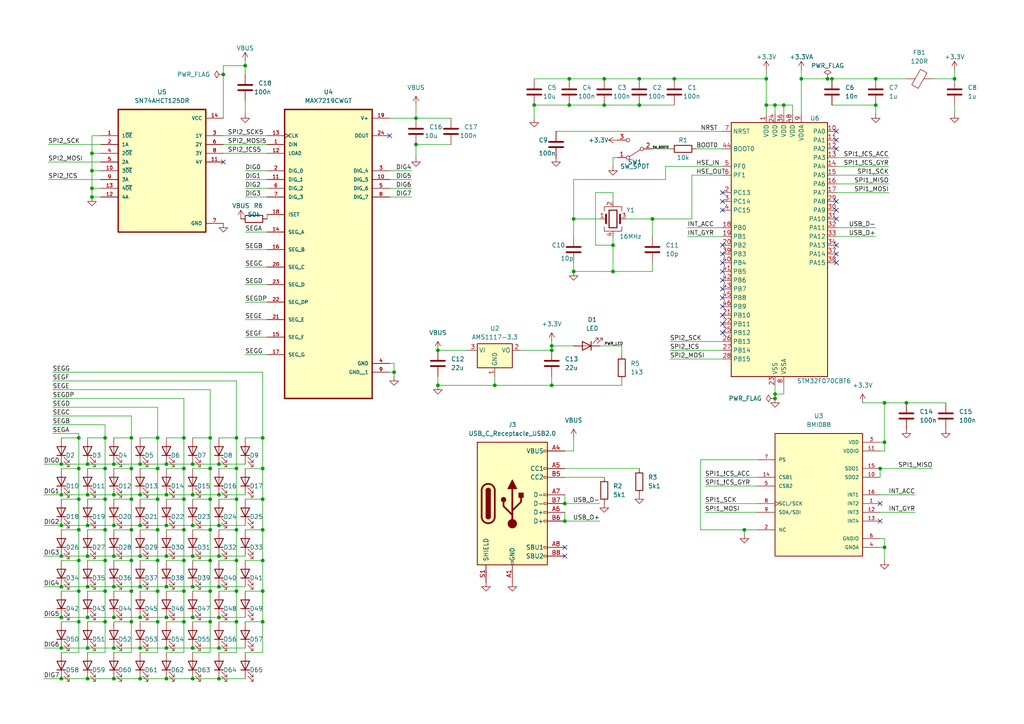
<source format=kicad_sch>
(kicad_sch (version 20230121) (generator eeschema)
  (paper "A4")
  (lib_symbols
    (symbol "Connector:USB_C_Receptacle_USB2.0" (pin_names (offset 1.016))
      (property "Reference" "J" (at -10.16 19.05 0))
      (property "Value" "USB_C_Receptacle_USB2.0" (at 19.05 19.05 0))
      (symbol "USB_C_Receptacle_USB2.0_1_1"
        (pin passive line (at 0 -22.86 90) (length 5.08) (name "GND") (number "A1"))
        (pin passive line (at 0 -22.86 90) (length 5.08) hide (name "GND") (number "A12"))
        (pin passive line (at 15.24 15.24 180) (length 5.08) (name "VBUS") (number "A4"))
        (pin bidirectional line (at 15.24 10.16 180) (length 5.08) (name "CC1") (number "A5"))
        (pin bidirectional line (at 15.24 -2.54 180) (length 5.08) (name "D+") (number "A6"))
        (pin bidirectional line (at 15.24 2.54 180) (length 5.08) (name "D-") (number "A7"))
        (pin bidirectional line (at 15.24 -12.7 180) (length 5.08) (name "SBU1") (number "A8"))
        (pin passive line (at 15.24 15.24 180) (length 5.08) hide (name "VBUS") (number "A9"))
        (pin passive line (at 0 -22.86 90) (length 5.08) hide (name "GND") (number "B1"))
        (pin passive line (at 0 -22.86 90) (length 5.08) hide (name "GND") (number "B12"))
        (pin passive line (at 15.24 15.24 180) (length 5.08) hide (name "VBUS") (number "B4"))
        (pin bidirectional line (at 15.24 7.62 180) (length 5.08) (name "CC2") (number "B5"))
        (pin bidirectional line (at 15.24 -5.08 180) (length 5.08) (name "D+") (number "B6"))
        (pin bidirectional line (at 15.24 0 180) (length 5.08) (name "D-") (number "B7"))
        (pin bidirectional line (at 15.24 -15.24 180) (length 5.08) (name "SBU2") (number "B8"))
        (pin passive line (at 15.24 15.24 180) (length 5.08) hide (name "VBUS") (number "B9"))
        (pin passive line (at -7.62 -22.86 90) (length 5.08) (name "SHIELD") (number "S1"))
      )
    )
    (symbol "Device:C" (pin_numbers hide) (pin_names (offset 0.254))
      (property "Reference" "C" (at 0.635 2.54 0))
      (property "Value" "C" (at 0.635 -2.54 0))
      (symbol "C_1_1"
        (pin passive line (at 0 3.81 270) (length 2.794) (name "~") (number "1"))
        (pin passive line (at 0 -3.81 90) (length 2.794) (name "~") (number "2"))
      )
    )
    (symbol "Device:Crystal_GND24" (pin_names (offset 1.016) hide)
      (property "Reference" "Y" (at 3.175 5.08 0))
      (property "Value" "Crystal_GND24" (at 3.175 3.175 0))
      (symbol "Crystal_GND24_1_1"
        (pin passive line (at -3.81 0 0) (length 1.27) (name "1") (number "1"))
        (pin passive line (at 0 5.08 270) (length 1.27) (name "2") (number "2"))
        (pin passive line (at 3.81 0 180) (length 1.27) (name "3") (number "3"))
        (pin passive line (at 0 -5.08 90) (length 1.27) (name "4") (number "4"))
      )
    )
    (symbol "Device:FerriteBead" (pin_numbers hide) (pin_names (offset 0))
      (property "Reference" "FB" (at -3.81 0.635 90))
      (property "Value" "FerriteBead" (at 3.81 0 90))
      (symbol "FerriteBead_1_1"
        (pin passive line (at 0 3.81 270) (length 2.54) (name "~") (number "1"))
        (pin passive line (at 0 -3.81 90) (length 2.54) (name "~") (number "2"))
      )
    )
    (symbol "Device:LED" (pin_numbers hide) (pin_names (offset 1.016) hide)
      (property "Reference" "D" (at 0 2.54 0))
      (property "Value" "LED" (at 0 -2.54 0))
      (symbol "LED_1_1"
        (pin passive line (at -3.81 0 0) (length 2.54) (name "K") (number "1"))
        (pin passive line (at 3.81 0 180) (length 2.54) (name "A") (number "2"))
      )
    )
    (symbol "Device:R" (pin_numbers hide) (pin_names (offset 0))
      (property "Reference" "R" (at 2.032 0 90))
      (property "Value" "R" (at 0 0 90))
      (symbol "R_1_1"
        (pin passive line (at 0 3.81 270) (length 1.27) (name "~") (number "1"))
        (pin passive line (at 0 -3.81 90) (length 1.27) (name "~") (number "2"))
      )
    )
    (symbol "MCU_ST_STM32F0:STM32F070CBTx"
      (property "Reference" "U" (at -12.7 39.37 0))
      (property "Value" "STM32F070CBTx" (at 10.16 39.37 0))
      (symbol "STM32F070CBTx_1_1"
        (pin power_in line (at -2.54 40.64 270) (length 2.54) (name "VDD") (number "1"))
        (pin bidirectional line (at 17.78 35.56 180) (length 2.54) (name "PA0") (number "10"))
        (pin bidirectional line (at 17.78 33.02 180) (length 2.54) (name "PA1") (number "11"))
        (pin bidirectional line (at 17.78 30.48 180) (length 2.54) (name "PA2") (number "12"))
        (pin bidirectional line (at 17.78 27.94 180) (length 2.54) (name "PA3") (number "13"))
        (pin bidirectional line (at 17.78 25.4 180) (length 2.54) (name "PA4") (number "14"))
        (pin bidirectional line (at 17.78 22.86 180) (length 2.54) (name "PA5") (number "15"))
        (pin bidirectional line (at 17.78 20.32 180) (length 2.54) (name "PA6") (number "16"))
        (pin bidirectional line (at 17.78 17.78 180) (length 2.54) (name "PA7") (number "17"))
        (pin bidirectional line (at -15.24 7.62 0) (length 2.54) (name "PB0") (number "18"))
        (pin bidirectional line (at -15.24 5.08 0) (length 2.54) (name "PB1") (number "19"))
        (pin bidirectional line (at -15.24 17.78 0) (length 2.54) (name "PC13") (number "2"))
        (pin bidirectional line (at -15.24 2.54 0) (length 2.54) (name "PB2") (number "20"))
        (pin bidirectional line (at -15.24 -17.78 0) (length 2.54) (name "PB10") (number "21"))
        (pin bidirectional line (at -15.24 -20.32 0) (length 2.54) (name "PB11") (number "22"))
        (pin power_in line (at 0 -38.1 90) (length 2.54) (name "VSS") (number "23"))
        (pin power_in line (at 0 40.64 270) (length 2.54) (name "VDD") (number "24"))
        (pin bidirectional line (at -15.24 -22.86 0) (length 2.54) (name "PB12") (number "25"))
        (pin bidirectional line (at -15.24 -25.4 0) (length 2.54) (name "PB13") (number "26"))
        (pin bidirectional line (at -15.24 -27.94 0) (length 2.54) (name "PB14") (number "27"))
        (pin bidirectional line (at -15.24 -30.48 0) (length 2.54) (name "PB15") (number "28"))
        (pin bidirectional line (at 17.78 15.24 180) (length 2.54) (name "PA8") (number "29"))
        (pin bidirectional line (at -15.24 15.24 0) (length 2.54) (name "PC14") (number "3"))
        (pin bidirectional line (at 17.78 12.7 180) (length 2.54) (name "PA9") (number "30"))
        (pin bidirectional line (at 17.78 10.16 180) (length 2.54) (name "PA10") (number "31"))
        (pin bidirectional line (at 17.78 7.62 180) (length 2.54) (name "PA11") (number "32"))
        (pin bidirectional line (at 17.78 5.08 180) (length 2.54) (name "PA12") (number "33"))
        (pin bidirectional line (at 17.78 2.54 180) (length 2.54) (name "PA13") (number "34"))
        (pin passive line (at 0 -38.1 90) (length 2.54) hide (name "VSS") (number "35"))
        (pin power_in line (at 2.54 40.64 270) (length 2.54) (name "VDD") (number "36"))
        (pin bidirectional line (at 17.78 0 180) (length 2.54) (name "PA14") (number "37"))
        (pin bidirectional line (at 17.78 -2.54 180) (length 2.54) (name "PA15") (number "38"))
        (pin bidirectional line (at -15.24 0 0) (length 2.54) (name "PB3") (number "39"))
        (pin bidirectional line (at -15.24 12.7 0) (length 2.54) (name "PC15") (number "4"))
        (pin bidirectional line (at -15.24 -2.54 0) (length 2.54) (name "PB4") (number "40"))
        (pin bidirectional line (at -15.24 -5.08 0) (length 2.54) (name "PB5") (number "41"))
        (pin bidirectional line (at -15.24 -7.62 0) (length 2.54) (name "PB6") (number "42"))
        (pin bidirectional line (at -15.24 -10.16 0) (length 2.54) (name "PB7") (number "43"))
        (pin input line (at -15.24 30.48 0) (length 2.54) (name "BOOT0") (number "44"))
        (pin bidirectional line (at -15.24 -12.7 0) (length 2.54) (name "PB8") (number "45"))
        (pin bidirectional line (at -15.24 -15.24 0) (length 2.54) (name "PB9") (number "46"))
        (pin passive line (at 0 -38.1 90) (length 2.54) hide (name "VSS") (number "47"))
        (pin power_in line (at 5.08 40.64 270) (length 2.54) (name "VDD") (number "48"))
        (pin bidirectional line (at -15.24 25.4 0) (length 2.54) (name "PF0") (number "5"))
        (pin bidirectional line (at -15.24 22.86 0) (length 2.54) (name "PF1") (number "6"))
        (pin input line (at -15.24 35.56 0) (length 2.54) (name "NRST") (number "7"))
        (pin power_in line (at 2.54 -38.1 90) (length 2.54) (name "VSSA") (number "8"))
        (pin power_in line (at 7.62 40.64 270) (length 2.54) (name "VDDA") (number "9"))
      )
    )
    (symbol "MyUsedNewSymbols:BMI088" (pin_names (offset 1.016))
      (property "Reference" "U" (at -12.7 18.415 0))
      (property "Value" "BMI088" (at -12.7 -20.32 0))
      (symbol "BMI088_0_0"
        (pin bidirectional line (at 17.78 -2.54 180) (length 5.08) (name "INT2") (number "1"))
        (pin power_in line (at 17.78 12.7 180) (length 5.08) (name "VDDIO") (number "11"))
        (pin bidirectional line (at 17.78 -5.08 180) (length 5.08) (name "INT3") (number "12"))
        (pin bidirectional line (at 17.78 -7.62 180) (length 5.08) (name "INT4") (number "13"))
        (pin input line (at -17.78 5.08 0) (length 5.08) (name "CSB1") (number "14"))
        (pin bidirectional line (at 17.78 0 180) (length 5.08) (name "INT1") (number "16"))
        (pin passive line (at -17.78 -10.16 0) (length 5.08) (name "NC") (number "2"))
        (pin power_in line (at 17.78 15.24 180) (length 5.08) (name "VDD") (number "3"))
        (pin power_in line (at 17.78 -15.24 180) (length 5.08) (name "GNDA") (number "4"))
        (pin input line (at -17.78 2.54 0) (length 5.08) (name "CSB2") (number "5"))
        (pin power_in line (at 17.78 -12.7 180) (length 5.08) (name "GNDIO") (number "6"))
        (pin input line (at -17.78 10.16 0) (length 5.08) (name "PS") (number "7"))
        (pin input clock (at -17.78 -2.54 0) (length 5.08) (name "SCL/SCK") (number "8"))
        (pin bidirectional line (at -17.78 -5.08 0) (length 5.08) (name "SDA/SDI") (number "9"))
      )
      (symbol "BMI088_1_0"
        (pin tri_state line (at 17.78 5.08 180) (length 5.08) (name "SDO2") (number "10"))
        (pin tri_state line (at 17.78 7.62 180) (length 5.08) (name "SDO1") (number "15"))
      )
    )
    (symbol "MyUsedNewSymbols:MAX7219CWGT" (pin_names (offset 1.016))
      (property "Reference" "U" (at -12.7 41.64 0))
      (property "Value" "MAX7219CWGT" (at -12.7 -47.18 0))
      (symbol "MAX7219CWGT_0_0"
        (pin input line (at -17.78 30.48 0) (length 5.08) (name "DIN") (number "1"))
        (pin bidirectional line (at 17.78 20.32 180) (length 5.08) (name "DIG_5") (number "10"))
        (pin bidirectional line (at -17.78 20.32 0) (length 5.08) (name "DIG_1") (number "11"))
        (pin input line (at -17.78 27.94 0) (length 5.08) (name "LOAD") (number "12"))
        (pin input clock (at -17.78 33.02 0) (length 5.08) (name "CLK") (number "13"))
        (pin bidirectional line (at -17.78 5.08 0) (length 5.08) (name "SEG_A") (number "14"))
        (pin bidirectional line (at -17.78 -25.4 0) (length 5.08) (name "SEG_F") (number "15"))
        (pin bidirectional line (at -17.78 0 0) (length 5.08) (name "SEG_B") (number "16"))
        (pin bidirectional line (at -17.78 -30.48 0) (length 5.08) (name "SEG_G") (number "17"))
        (pin bidirectional line (at -17.78 10.16 0) (length 5.08) (name "ISET") (number "18"))
        (pin power_in line (at 17.78 38.1 180) (length 5.08) (name "V+") (number "19"))
        (pin bidirectional line (at -17.78 22.86 0) (length 5.08) (name "DIG_0") (number "2"))
        (pin bidirectional line (at -17.78 -5.08 0) (length 5.08) (name "SEG_C") (number "20"))
        (pin bidirectional line (at -17.78 -20.32 0) (length 5.08) (name "SEG_E") (number "21"))
        (pin bidirectional line (at -17.78 -15.24 0) (length 5.08) (name "SEG_DP") (number "22"))
        (pin bidirectional line (at -17.78 -10.16 0) (length 5.08) (name "SEG_D") (number "23"))
        (pin output line (at 17.78 33.02 180) (length 5.08) (name "DOUT") (number "24"))
        (pin bidirectional line (at 17.78 22.86 180) (length 5.08) (name "DIG_4") (number "3"))
        (pin power_in line (at 17.78 -33.02 180) (length 5.08) (name "GND") (number "4"))
        (pin bidirectional line (at 17.78 17.78 180) (length 5.08) (name "DIG_6") (number "5"))
        (pin bidirectional line (at -17.78 17.78 0) (length 5.08) (name "DIG_2") (number "6"))
        (pin bidirectional line (at -17.78 15.24 0) (length 5.08) (name "DIG_3") (number "7"))
        (pin bidirectional line (at 17.78 15.24 180) (length 5.08) (name "DIG_7") (number "8"))
        (pin power_in line (at 17.78 -35.56 180) (length 5.08) (name "GND__1") (number "9"))
      )
    )
    (symbol "MyUsedNewSymbols:SN74AHCT125DR" (pin_names (offset 1.016))
      (property "Reference" "U" (at -12.7 18.78 0))
      (property "Value" "SN74AHCT125DR" (at -12.7 -21.78 0))
      (symbol "SN74AHCT125DR_0_0"
        (pin input line (at -17.78 10.16 0) (length 5.08) (name "1~{OE}") (number "1"))
        (pin input line (at -17.78 0 0) (length 5.08) (name "3~{OE}") (number "10"))
        (pin output line (at 17.78 2.54 180) (length 5.08) (name "4Y") (number "11"))
        (pin input line (at -17.78 -7.62 0) (length 5.08) (name "4A") (number "12"))
        (pin input line (at -17.78 -5.08 0) (length 5.08) (name "4~{OE}") (number "13"))
        (pin power_in line (at 17.78 15.24 180) (length 5.08) (name "VCC") (number "14"))
        (pin input line (at -17.78 7.62 0) (length 5.08) (name "1A") (number "2"))
        (pin output line (at 17.78 10.16 180) (length 5.08) (name "1Y") (number "3"))
        (pin input line (at -17.78 5.08 0) (length 5.08) (name "2~{OE}") (number "4"))
        (pin input line (at -17.78 2.54 0) (length 5.08) (name "2A") (number "5"))
        (pin output line (at 17.78 7.62 180) (length 5.08) (name "2Y") (number "6"))
        (pin power_in line (at 17.78 -15.24 180) (length 5.08) (name "GND") (number "7"))
        (pin output line (at 17.78 5.08 180) (length 5.08) (name "3Y") (number "8"))
        (pin input line (at -17.78 -2.54 0) (length 5.08) (name "3A") (number "9"))
      )
    )
    (symbol "Regulator_Linear:AMS1117-3.3"
      (property "Reference" "U" (at -3.81 3.175 0))
      (property "Value" "AMS1117-3.3" (at 0 3.175 0))
      (symbol "AMS1117-3.3_1_1"
        (pin power_in line (at 0 -7.62 90) (length 2.54) (name "GND") (number "1"))
        (pin power_out line (at 7.62 0 180) (length 2.54) (name "VO") (number "2"))
        (pin power_in line (at -7.62 0 0) (length 2.54) (name "VI") (number "3"))
      )
    )
    (symbol "Switch:SW_SPDT" (pin_names (offset 0) hide)
      (property "Reference" "SW" (at 0 4.318 0))
      (property "Value" "SW_SPDT" (at 0 -5.08 0))
      (symbol "SW_SPDT_1_1"
        (pin passive line (at 5.08 2.54 180) (length 2.54) (name "A") (number "1"))
        (pin passive line (at -5.08 0 0) (length 2.54) (name "B") (number "2"))
        (pin passive line (at 5.08 -2.54 180) (length 2.54) (name "C") (number "3"))
      )
    )
    (symbol "power:+3.3V" (power) (pin_names (offset 0))
      (property "Value" "+3.3V" (at 0 3.556 0))
      (symbol "+3.3V_1_1"
        (pin power_in line (at 0 0 90) (length 0) hide (name "+3.3V") (number "1"))
      )
    )
    (symbol "power:+3.3VA" (power) (pin_names (offset 0))
      (property "Value" "+3.3VA" (at 0 3.556 0))
      (symbol "+3.3VA_1_1"
        (pin power_in line (at 0 0 90) (length 0) hide (name "+3.3VA") (number "1"))
      )
    )
    (symbol "power:GND" (power) (pin_names (offset 0))
      (property "Value" "GND" (at 0 -3.81 0))
      (symbol "GND_1_1"
        (pin power_in line (at 0 0 270) (length 0) hide (name "GND") (number "1"))
      )
    )
    (symbol "power:PWR_FLAG" (power) (pin_numbers hide) (pin_names (offset 0) hide)
      (property "Value" "PWR_FLAG" (at 0 3.81 0))
      (symbol "PWR_FLAG_0_0"
        (pin power_out line (at 0 0 90) (length 0) (name "pwr") (number "1"))
      )
    )
    (symbol "power:VBUS" (power) (pin_names (offset 0))
      (property "Value" "VBUS" (at 0 3.81 0))
      (symbol "VBUS_1_1"
        (pin power_in line (at 0 0 90) (length 0) hide (name "VBUS") (number "1"))
      )
    )
  )
  (junction (at 30.48 144.78))
  (junction (at 40.64 152.4))
  (junction (at 222.25 22.86))
  (junction (at 45.72 153.67))
  (junction (at 76.2 144.78))
  (junction (at 64.77 21.59))
  (junction (at 215.9 153.67))
  (junction (at 68.58 144.78))
  (junction (at 185.42 30.48))
  (junction (at 60.96 180.34))
  (junction (at 60.96 153.67))
  (junction (at 63.5 196.85))
  (junction (at 22.86 180.34))
  (junction (at 63.5 179.07))
  (junction (at 76.2 171.45))
  (junction (at 63.5 143.51))
  (junction (at 40.64 170.18))
  (junction (at 60.96 162.56))
  (junction (at 76.2 127))
  (junction (at 53.34 171.45))
  (junction (at 256.54 128.27))
  (junction (at 120.65 41.91))
  (junction (at 30.48 135.89))
  (junction (at 240.03 22.86))
  (junction (at 22.86 153.67))
  (junction (at 175.26 30.48))
  (junction (at 26.67 57.15))
  (junction (at 160.02 101.6))
  (junction (at 25.4 179.07))
  (junction (at 276.86 22.86))
  (junction (at 25.4 143.51))
  (junction (at 175.26 22.86))
  (junction (at 60.96 171.45))
  (junction (at 17.78 152.4))
  (junction (at 53.34 153.67))
  (junction (at 76.2 180.34))
  (junction (at 48.26 179.07))
  (junction (at 45.72 135.89))
  (junction (at 33.02 170.18))
  (junction (at 33.02 187.96))
  (junction (at 17.78 170.18))
  (junction (at 166.37 78.74))
  (junction (at 48.26 152.4))
  (junction (at 53.34 162.56))
  (junction (at 17.78 134.62))
  (junction (at 53.34 144.78))
  (junction (at 55.88 161.29))
  (junction (at 55.88 179.07))
  (junction (at 30.48 171.45))
  (junction (at 76.2 153.67))
  (junction (at 45.72 171.45))
  (junction (at 38.1 180.34))
  (junction (at 163.83 146.05))
  (junction (at 163.83 151.13))
  (junction (at 33.02 152.4))
  (junction (at 120.65 34.29))
  (junction (at 30.48 127))
  (junction (at 26.67 44.45))
  (junction (at 177.8 71.12))
  (junction (at 55.88 196.85))
  (junction (at 38.1 171.45))
  (junction (at 160.02 111.76))
  (junction (at 45.72 162.56))
  (junction (at 68.58 127))
  (junction (at 185.42 22.86))
  (junction (at 40.64 134.62))
  (junction (at 55.88 152.4))
  (junction (at 45.72 127))
  (junction (at 25.4 187.96))
  (junction (at 241.3 22.86))
  (junction (at 165.1 22.86))
  (junction (at 40.64 196.85))
  (junction (at 177.8 78.74))
  (junction (at 30.48 180.34))
  (junction (at 17.78 161.29))
  (junction (at 160.02 100.33))
  (junction (at 48.26 187.96))
  (junction (at 127 101.6))
  (junction (at 22.86 127))
  (junction (at 224.79 114.3))
  (junction (at 38.1 162.56))
  (junction (at 25.4 196.85))
  (junction (at 33.02 143.51))
  (junction (at 17.78 187.96))
  (junction (at 25.4 170.18))
  (junction (at 38.1 153.67))
  (junction (at 38.1 144.78))
  (junction (at 166.37 63.5))
  (junction (at 53.34 127))
  (junction (at 26.67 54.61))
  (junction (at 63.5 152.4))
  (junction (at 165.1 30.48))
  (junction (at 30.48 153.67))
  (junction (at 45.72 144.78))
  (junction (at 189.23 63.5))
  (junction (at 114.3 107.95))
  (junction (at 55.88 187.96))
  (junction (at 55.88 143.51))
  (junction (at 22.86 171.45))
  (junction (at 55.88 134.62))
  (junction (at 76.2 135.89))
  (junction (at 40.64 179.07))
  (junction (at 68.58 135.89))
  (junction (at 63.5 134.62))
  (junction (at 127 111.76))
  (junction (at 55.88 170.18))
  (junction (at 17.78 179.07))
  (junction (at 33.02 161.29))
  (junction (at 25.4 152.4))
  (junction (at 60.96 135.89))
  (junction (at 71.12 19.05))
  (junction (at 40.64 187.96))
  (junction (at 40.64 143.51))
  (junction (at 30.48 162.56))
  (junction (at 222.25 30.48))
  (junction (at 262.89 116.84))
  (junction (at 68.58 162.56))
  (junction (at 38.1 127))
  (junction (at 33.02 196.85))
  (junction (at 45.72 180.34))
  (junction (at 25.4 134.62))
  (junction (at 68.58 171.45))
  (junction (at 227.33 30.48))
  (junction (at 48.26 170.18))
  (junction (at 256.54 158.75))
  (junction (at 40.64 161.29))
  (junction (at 76.2 162.56))
  (junction (at 17.78 196.85))
  (junction (at 22.86 135.89))
  (junction (at 22.86 162.56))
  (junction (at 68.58 153.67))
  (junction (at 53.34 135.89))
  (junction (at 143.51 111.76))
  (junction (at 33.02 134.62))
  (junction (at 232.41 22.86))
  (junction (at 224.79 30.48))
  (junction (at 33.02 179.07))
  (junction (at 254 22.86))
  (junction (at 60.96 127))
  (junction (at 224.79 115.57))
  (junction (at 48.26 196.85))
  (junction (at 254 30.48))
  (junction (at 48.26 143.51))
  (junction (at 63.5 170.18))
  (junction (at 256.54 116.84))
  (junction (at 17.78 143.51))
  (junction (at 53.34 180.34))
  (junction (at 60.96 144.78))
  (junction (at 255.27 135.89))
  (junction (at 154.94 30.48))
  (junction (at 195.58 22.86))
  (junction (at 63.5 161.29))
  (junction (at 38.1 135.89))
  (junction (at 48.26 161.29))
  (junction (at 22.86 144.78))
  (junction (at 63.5 187.96))
  (junction (at 68.58 180.34))
  (junction (at 26.67 49.53))
  (junction (at 25.4 161.29))
  (junction (at 48.26 134.62))
  (no_connect (at 255.27 146.05))
  (no_connect (at 242.57 73.66))
  (no_connect (at 242.57 38.1))
  (no_connect (at 209.55 58.42))
  (no_connect (at 64.77 46.99))
  (no_connect (at 209.55 88.9))
  (no_connect (at 209.55 86.36))
  (no_connect (at 242.57 71.12))
  (no_connect (at 163.83 158.75))
  (no_connect (at 242.57 63.5))
  (no_connect (at 113.03 39.37))
  (no_connect (at 209.55 83.82))
  (no_connect (at 242.57 60.96))
  (no_connect (at 242.57 43.18))
  (no_connect (at 255.27 151.13))
  (no_connect (at 209.55 91.44))
  (no_connect (at 242.57 58.42))
  (no_connect (at 242.57 76.2))
  (no_connect (at 209.55 60.96))
  (no_connect (at 242.57 40.64))
  (no_connect (at 163.83 161.29))
  (no_connect (at 209.55 96.52))
  (no_connect (at 209.55 78.74))
  (no_connect (at 209.55 81.28))
  (no_connect (at 209.55 76.2))
  (no_connect (at 209.55 71.12))
  (no_connect (at 209.55 55.88))
  (no_connect (at 209.55 73.66))
  (no_connect (at 209.55 93.98))
  (wire (pts (xy 71.12 57.15) (xy 77.47 57.15)))
  (wire (pts (xy 199.39 68.58) (xy 209.55 68.58)))
  (wire (pts (xy 40.64 153.67) (xy 45.72 153.67)))
  (wire (pts (xy 64.77 44.45) (xy 77.47 44.45)))
  (wire (pts (xy 53.34 162.56) (xy 53.34 171.45)))
  (wire (pts (xy 12.7 179.07) (xy 17.78 179.07)))
  (wire (pts (xy 64.77 19.05) (xy 64.77 21.59)))
  (wire (pts (xy 154.94 30.48) (xy 154.94 34.29)))
  (wire (pts (xy 33.02 187.96) (xy 40.64 187.96)))
  (wire (pts (xy 203.2 153.67) (xy 215.9 153.67)))
  (wire (pts (xy 71.12 72.39) (xy 77.47 72.39)))
  (wire (pts (xy 48.26 179.07) (xy 55.88 179.07)))
  (wire (pts (xy 63.5 134.62) (xy 71.12 134.62)))
  (wire (pts (xy 33.02 127) (xy 38.1 127)))
  (wire (pts (xy 163.83 130.81) (xy 166.37 130.81)))
  (wire (pts (xy 76.2 162.56) (xy 76.2 171.45)))
  (wire (pts (xy 63.5 187.96) (xy 71.12 187.96)))
  (wire (pts (xy 160.02 100.33) (xy 160.02 101.6)))
  (wire (pts (xy 33.02 162.56) (xy 38.1 162.56)))
  (wire (pts (xy 143.51 109.22) (xy 143.51 111.76)))
  (wire (pts (xy 60.96 171.45) (xy 60.96 180.34)))
  (wire (pts (xy 55.88 171.45) (xy 60.96 171.45)))
  (wire (pts (xy 25.4 144.78) (xy 30.48 144.78)))
  (wire (pts (xy 48.26 171.45) (xy 53.34 171.45)))
  (wire (pts (xy 189.23 63.5) (xy 181.61 63.5)))
  (wire (pts (xy 33.02 134.62) (xy 40.64 134.62)))
  (wire (pts (xy 71.12 92.71) (xy 77.47 92.71)))
  (wire (pts (xy 40.64 152.4) (xy 48.26 152.4)))
  (wire (pts (xy 40.64 171.45) (xy 45.72 171.45)))
  (wire (pts (xy 232.41 22.86) (xy 240.03 22.86)))
  (wire (pts (xy 256.54 156.21) (xy 256.54 158.75)))
  (wire (pts (xy 12.7 152.4) (xy 17.78 152.4)))
  (wire (pts (xy 227.33 30.48) (xy 227.33 33.02)))
  (wire (pts (xy 76.2 144.78) (xy 76.2 153.67)))
  (wire (pts (xy 25.4 170.18) (xy 33.02 170.18)))
  (wire (pts (xy 76.2 127) (xy 76.2 135.89)))
  (wire (pts (xy 63.5 152.4) (xy 71.12 152.4)))
  (wire (pts (xy 40.64 161.29) (xy 48.26 161.29)))
  (wire (pts (xy 33.02 189.23) (xy 38.1 189.23)))
  (wire (pts (xy 33.02 170.18) (xy 40.64 170.18)))
  (wire (pts (xy 63.5 144.78) (xy 68.58 144.78)))
  (wire (pts (xy 63.5 161.29) (xy 71.12 161.29)))
  (wire (pts (xy 189.23 43.18) (xy 194.31 43.18)))
  (wire (pts (xy 219.71 153.67) (xy 215.9 153.67)))
  (wire (pts (xy 48.26 127) (xy 53.34 127)))
  (wire (pts (xy 173.99 100.33) (xy 180.34 100.33)))
  (wire (pts (xy 160.02 111.76) (xy 180.34 111.76)))
  (wire (pts (xy 114.3 107.95) (xy 114.3 109.22)))
  (wire (pts (xy 45.72 180.34) (xy 45.72 189.23)))
  (wire (pts (xy 166.37 63.5) (xy 173.99 63.5)))
  (wire (pts (xy 224.79 30.48) (xy 224.79 33.02)))
  (wire (pts (xy 177.8 68.58) (xy 177.8 71.12)))
  (wire (pts (xy 25.4 153.67) (xy 30.48 153.67)))
  (wire (pts (xy 33.02 143.51) (xy 40.64 143.51)))
  (wire (pts (xy 204.47 140.97) (xy 219.71 140.97)))
  (wire (pts (xy 15.24 115.57) (xy 53.34 115.57)))
  (wire (pts (xy 40.64 187.96) (xy 48.26 187.96)))
  (wire (pts (xy 48.26 162.56) (xy 53.34 162.56)))
  (wire (pts (xy 177.8 71.12) (xy 177.8 78.74)))
  (wire (pts (xy 175.26 30.48) (xy 185.42 30.48)))
  (wire (pts (xy 45.72 144.78) (xy 45.72 153.67)))
  (wire (pts (xy 204.47 138.43) (xy 219.71 138.43)))
  (wire (pts (xy 76.2 171.45) (xy 76.2 180.34)))
  (wire (pts (xy 22.86 127) (xy 22.86 135.89)))
  (wire (pts (xy 161.29 38.1) (xy 209.55 38.1)))
  (wire (pts (xy 40.64 179.07) (xy 48.26 179.07)))
  (wire (pts (xy 17.78 196.85) (xy 25.4 196.85)))
  (wire (pts (xy 166.37 76.2) (xy 166.37 78.74)))
  (wire (pts (xy 224.79 30.48) (xy 227.33 30.48)))
  (wire (pts (xy 224.79 114.3) (xy 227.33 114.3)))
  (wire (pts (xy 40.64 180.34) (xy 45.72 180.34)))
  (wire (pts (xy 63.5 179.07) (xy 71.12 179.07)))
  (wire (pts (xy 63.5 180.34) (xy 68.58 180.34)))
  (wire (pts (xy 53.34 127) (xy 53.34 135.89)))
  (wire (pts (xy 68.58 144.78) (xy 68.58 153.67)))
  (wire (pts (xy 22.86 171.45) (xy 22.86 180.34)))
  (wire (pts (xy 25.4 162.56) (xy 30.48 162.56)))
  (wire (pts (xy 204.47 146.05) (xy 219.71 146.05)))
  (wire (pts (xy 163.83 143.51) (xy 163.83 146.05)))
  (wire (pts (xy 224.79 114.3) (xy 224.79 115.57)))
  (wire (pts (xy 71.12 127) (xy 76.2 127)))
  (wire (pts (xy 63.5 162.56) (xy 68.58 162.56)))
  (wire (pts (xy 63.5 189.23) (xy 68.58 189.23)))
  (wire (pts (xy 25.4 127) (xy 30.48 127)))
  (wire (pts (xy 177.8 48.26) (xy 177.8 45.72)))
  (wire (pts (xy 33.02 153.67) (xy 38.1 153.67)))
  (wire (pts (xy 180.34 110.49) (xy 180.34 111.76)))
  (wire (pts (xy 38.1 171.45) (xy 38.1 180.34)))
  (wire (pts (xy 166.37 52.07) (xy 166.37 63.5)))
  (wire (pts (xy 25.4 135.89) (xy 30.48 135.89)))
  (wire (pts (xy 276.86 20.32) (xy 276.86 22.86)))
  (wire (pts (xy 200.66 63.5) (xy 189.23 63.5)))
  (wire (pts (xy 17.78 144.78) (xy 22.86 144.78)))
  (wire (pts (xy 114.3 105.41) (xy 114.3 107.95)))
  (wire (pts (xy 40.64 134.62) (xy 48.26 134.62)))
  (wire (pts (xy 12.7 170.18) (xy 17.78 170.18)))
  (wire (pts (xy 204.47 148.59) (xy 219.71 148.59)))
  (wire (pts (xy 163.83 135.89) (xy 185.42 135.89)))
  (wire (pts (xy 71.12 135.89) (xy 76.2 135.89)))
  (wire (pts (xy 12.7 196.85) (xy 17.78 196.85)))
  (wire (pts (xy 55.88 196.85) (xy 63.5 196.85)))
  (wire (pts (xy 119.38 57.15) (xy 113.03 57.15)))
  (wire (pts (xy 222.25 22.86) (xy 222.25 30.48)))
  (wire (pts (xy 55.88 127) (xy 60.96 127)))
  (wire (pts (xy 48.26 135.89) (xy 53.34 135.89)))
  (wire (pts (xy 163.83 148.59) (xy 163.83 151.13)))
  (wire (pts (xy 33.02 144.78) (xy 38.1 144.78)))
  (wire (pts (xy 25.4 161.29) (xy 33.02 161.29)))
  (wire (pts (xy 180.34 100.33) (xy 180.34 102.87)))
  (wire (pts (xy 33.02 196.85) (xy 40.64 196.85)))
  (wire (pts (xy 68.58 110.49) (xy 68.58 127)))
  (wire (pts (xy 64.77 41.91) (xy 77.47 41.91)))
  (wire (pts (xy 30.48 162.56) (xy 30.48 171.45)))
  (wire (pts (xy 15.24 123.19) (xy 30.48 123.19)))
  (wire (pts (xy 17.78 162.56) (xy 22.86 162.56)))
  (wire (pts (xy 120.65 41.91) (xy 120.65 45.72)))
  (wire (pts (xy 71.12 171.45) (xy 76.2 171.45)))
  (wire (pts (xy 45.72 135.89) (xy 45.72 144.78)))
  (wire (pts (xy 33.02 180.34) (xy 38.1 180.34)))
  (wire (pts (xy 63.5 135.89) (xy 68.58 135.89)))
  (wire (pts (xy 77.47 62.23) (xy 77.47 63.5)))
  (wire (pts (xy 119.38 49.53) (xy 113.03 49.53)))
  (wire (pts (xy 60.96 135.89) (xy 60.96 144.78)))
  (wire (pts (xy 143.51 111.76) (xy 160.02 111.76)))
  (wire (pts (xy 48.26 189.23) (xy 53.34 189.23)))
  (wire (pts (xy 45.72 127) (xy 45.72 135.89)))
  (wire (pts (xy 55.88 153.67) (xy 60.96 153.67)))
  (wire (pts (xy 55.88 187.96) (xy 63.5 187.96)))
  (wire (pts (xy 17.78 189.23) (xy 22.86 189.23)))
  (wire (pts (xy 55.88 180.34) (xy 60.96 180.34)))
  (wire (pts (xy 60.96 180.34) (xy 60.96 189.23)))
  (wire (pts (xy 63.5 171.45) (xy 68.58 171.45)))
  (wire (pts (xy 255.27 128.27) (xy 256.54 128.27)))
  (wire (pts (xy 40.64 196.85) (xy 48.26 196.85)))
  (wire (pts (xy 29.21 49.53) (xy 26.67 49.53)))
  (wire (pts (xy 71.12 189.23) (xy 76.2 189.23)))
  (wire (pts (xy 33.02 179.07) (xy 40.64 179.07)))
  (wire (pts (xy 17.78 153.67) (xy 22.86 153.67)))
  (wire (pts (xy 38.1 120.65) (xy 15.24 120.65)))
  (wire (pts (xy 257.81 55.88) (xy 242.57 55.88)))
  (wire (pts (xy 13.97 52.07) (xy 29.21 52.07)))
  (wire (pts (xy 40.64 170.18) (xy 48.26 170.18)))
  (wire (pts (xy 17.78 171.45) (xy 22.86 171.45)))
  (wire (pts (xy 55.88 179.07) (xy 63.5 179.07)))
  (wire (pts (xy 276.86 30.48) (xy 276.86 33.02)))
  (wire (pts (xy 227.33 111.76) (xy 227.33 114.3)))
  (wire (pts (xy 30.48 171.45) (xy 30.48 180.34)))
  (wire (pts (xy 25.4 171.45) (xy 30.48 171.45)))
  (wire (pts (xy 55.88 135.89) (xy 60.96 135.89)))
  (wire (pts (xy 22.86 135.89) (xy 22.86 144.78)))
  (wire (pts (xy 30.48 127) (xy 30.48 135.89)))
  (wire (pts (xy 38.1 127) (xy 38.1 135.89)))
  (wire (pts (xy 64.77 39.37) (xy 77.47 39.37)))
  (wire (pts (xy 160.02 99.06) (xy 160.02 100.33)))
  (wire (pts (xy 270.51 22.86) (xy 276.86 22.86)))
  (wire (pts (xy 165.1 30.48) (xy 175.26 30.48)))
  (wire (pts (xy 48.26 187.96) (xy 55.88 187.96)))
  (wire (pts (xy 29.21 46.99) (xy 13.97 46.99)))
  (wire (pts (xy 172.72 55.88) (xy 172.72 71.12)))
  (wire (pts (xy 255.27 156.21) (xy 256.54 156.21)))
  (wire (pts (xy 193.04 48.26) (xy 193.04 52.07)))
  (wire (pts (xy 227.33 30.48) (xy 229.87 30.48)))
  (wire (pts (xy 76.2 180.34) (xy 76.2 189.23)))
  (wire (pts (xy 255.27 143.51) (xy 265.43 143.51)))
  (wire (pts (xy 25.4 143.51) (xy 33.02 143.51)))
  (wire (pts (xy 255.27 158.75) (xy 256.54 158.75)))
  (wire (pts (xy 189.23 76.2) (xy 189.23 78.74)))
  (wire (pts (xy 222.25 30.48) (xy 224.79 30.48)))
  (wire (pts (xy 203.2 133.35) (xy 203.2 153.67)))
  (wire (pts (xy 199.39 66.04) (xy 209.55 66.04)))
  (wire (pts (xy 48.26 152.4) (xy 55.88 152.4)))
  (wire (pts (xy 71.12 97.79) (xy 77.47 97.79)))
  (wire (pts (xy 12.7 187.96) (xy 17.78 187.96)))
  (wire (pts (xy 194.31 101.6) (xy 209.55 101.6)))
  (wire (pts (xy 60.96 162.56) (xy 60.96 171.45)))
  (wire (pts (xy 26.67 54.61) (xy 26.67 57.15)))
  (wire (pts (xy 193.04 52.07) (xy 166.37 52.07)))
  (wire (pts (xy 17.78 134.62) (xy 25.4 134.62)))
  (wire (pts (xy 25.4 179.07) (xy 33.02 179.07)))
  (wire (pts (xy 48.26 153.67) (xy 53.34 153.67)))
  (wire (pts (xy 113.03 34.29) (xy 120.65 34.29)))
  (wire (pts (xy 209.55 104.14) (xy 194.31 104.14)))
  (wire (pts (xy 55.88 144.78) (xy 60.96 144.78)))
  (wire (pts (xy 241.3 22.86) (xy 254 22.86)))
  (wire (pts (xy 71.12 77.47) (xy 77.47 77.47)))
  (wire (pts (xy 177.8 78.74) (xy 166.37 78.74)))
  (wire (pts (xy 55.88 162.56) (xy 60.96 162.56)))
  (wire (pts (xy 12.7 161.29) (xy 17.78 161.29)))
  (wire (pts (xy 189.23 63.5) (xy 189.23 68.58)))
  (wire (pts (xy 40.64 162.56) (xy 45.72 162.56)))
  (wire (pts (xy 71.12 19.05) (xy 64.77 19.05)))
  (wire (pts (xy 25.4 187.96) (xy 33.02 187.96)))
  (wire (pts (xy 60.96 144.78) (xy 60.96 153.67)))
  (wire (pts (xy 15.24 125.73) (xy 22.86 125.73)))
  (wire (pts (xy 194.31 99.06) (xy 209.55 99.06)))
  (wire (pts (xy 163.83 151.13) (xy 173.99 151.13)))
  (wire (pts (xy 254 30.48) (xy 254 33.02)))
  (wire (pts (xy 185.42 22.86) (xy 195.58 22.86)))
  (wire (pts (xy 30.48 135.89) (xy 30.48 144.78)))
  (wire (pts (xy 76.2 135.89) (xy 76.2 144.78)))
  (wire (pts (xy 255.27 135.89) (xy 270.51 135.89)))
  (wire (pts (xy 185.42 30.48) (xy 195.58 30.48)))
  (wire (pts (xy 127 109.22) (xy 127 111.76)))
  (wire (pts (xy 53.34 153.67) (xy 53.34 162.56)))
  (wire (pts (xy 29.21 44.45) (xy 26.67 44.45)))
  (wire (pts (xy 48.26 161.29) (xy 55.88 161.29)))
  (wire (pts (xy 17.78 179.07) (xy 25.4 179.07)))
  (wire (pts (xy 160.02 100.33) (xy 166.37 100.33)))
  (wire (pts (xy 68.58 127) (xy 68.58 135.89)))
  (wire (pts (xy 40.64 135.89) (xy 45.72 135.89)))
  (wire (pts (xy 53.34 144.78) (xy 53.34 153.67)))
  (wire (pts (xy 22.86 144.78) (xy 22.86 153.67)))
  (wire (pts (xy 48.26 144.78) (xy 53.34 144.78)))
  (wire (pts (xy 12.7 143.51) (xy 17.78 143.51)))
  (wire (pts (xy 55.88 134.62) (xy 63.5 134.62)))
  (wire (pts (xy 17.78 170.18) (xy 25.4 170.18)))
  (wire (pts (xy 200.66 50.8) (xy 209.55 50.8)))
  (wire (pts (xy 55.88 143.51) (xy 63.5 143.51)))
  (wire (pts (xy 40.64 189.23) (xy 45.72 189.23)))
  (wire (pts (xy 22.86 153.67) (xy 22.86 162.56)))
  (wire (pts (xy 154.94 22.86) (xy 165.1 22.86)))
  (wire (pts (xy 17.78 143.51) (xy 25.4 143.51)))
  (wire (pts (xy 60.96 127) (xy 60.96 135.89)))
  (wire (pts (xy 200.66 50.8) (xy 200.66 63.5)))
  (wire (pts (xy 40.64 127) (xy 45.72 127)))
  (wire (pts (xy 255.27 148.59) (xy 265.43 148.59)))
  (wire (pts (xy 71.12 49.53) (xy 77.47 49.53)))
  (wire (pts (xy 55.88 152.4) (xy 63.5 152.4)))
  (wire (pts (xy 120.65 30.48) (xy 120.65 34.29)))
  (wire (pts (xy 45.72 171.45) (xy 45.72 180.34)))
  (wire (pts (xy 25.4 196.85) (xy 33.02 196.85)))
  (wire (pts (xy 60.96 113.03) (xy 60.96 127)))
  (wire (pts (xy 26.67 44.45) (xy 26.67 49.53)))
  (wire (pts (xy 33.02 171.45) (xy 38.1 171.45)))
  (wire (pts (xy 256.54 116.84) (xy 256.54 128.27)))
  (wire (pts (xy 71.12 144.78) (xy 76.2 144.78)))
  (wire (pts (xy 119.38 52.07) (xy 113.03 52.07)))
  (wire (pts (xy 240.03 22.86) (xy 241.3 22.86)))
  (wire (pts (xy 242.57 68.58) (xy 254 68.58)))
  (wire (pts (xy 25.4 189.23) (xy 30.48 189.23)))
  (wire (pts (xy 160.02 109.22) (xy 160.02 111.76)))
  (wire (pts (xy 256.54 116.84) (xy 262.89 116.84)))
  (wire (pts (xy 17.78 135.89) (xy 22.86 135.89)))
  (wire (pts (xy 45.72 162.56) (xy 45.72 171.45)))
  (wire (pts (xy 254 22.86) (xy 262.89 22.86)))
  (wire (pts (xy 68.58 110.49) (xy 15.24 110.49)))
  (wire (pts (xy 195.58 22.86) (xy 222.25 22.86)))
  (wire (pts (xy 53.34 115.57) (xy 53.34 127)))
  (wire (pts (xy 256.54 128.27) (xy 256.54 130.81)))
  (wire (pts (xy 255.27 135.89) (xy 255.27 138.43)))
  (wire (pts (xy 48.26 134.62) (xy 55.88 134.62)))
  (wire (pts (xy 53.34 171.45) (xy 53.34 180.34)))
  (wire (pts (xy 29.21 39.37) (xy 26.67 39.37)))
  (wire (pts (xy 166.37 63.5) (xy 166.37 68.58)))
  (wire (pts (xy 26.67 57.15) (xy 29.21 57.15)))
  (wire (pts (xy 48.26 170.18) (xy 55.88 170.18)))
  (wire (pts (xy 63.5 196.85) (xy 71.12 196.85)))
  (wire (pts (xy 38.1 162.56) (xy 38.1 171.45)))
  (wire (pts (xy 177.8 45.72) (xy 179.07 45.72)))
  (wire (pts (xy 29.21 54.61) (xy 26.67 54.61)))
  (wire (pts (xy 63.5 127) (xy 68.58 127)))
  (wire (pts (xy 45.72 118.11) (xy 45.72 127)))
  (wire (pts (xy 40.64 144.78) (xy 45.72 144.78)))
  (wire (pts (xy 76.2 153.67) (xy 76.2 162.56)))
  (wire (pts (xy 38.1 144.78) (xy 38.1 153.67)))
  (wire (pts (xy 48.26 143.51) (xy 55.88 143.51)))
  (wire (pts (xy 71.12 162.56) (xy 76.2 162.56)))
  (wire (pts (xy 224.79 111.76) (xy 224.79 114.3)))
  (wire (pts (xy 242.57 53.34) (xy 257.81 53.34)))
  (wire (pts (xy 193.04 48.26) (xy 209.55 48.26)))
  (wire (pts (xy 38.1 180.34) (xy 38.1 189.23)))
  (wire (pts (xy 68.58 153.67) (xy 68.58 162.56)))
  (wire (pts (xy 17.78 187.96) (xy 25.4 187.96)))
  (wire (pts (xy 262.89 116.84) (xy 274.32 116.84)))
  (wire (pts (xy 166.37 127) (xy 166.37 130.81)))
  (wire (pts (xy 45.72 153.67) (xy 45.72 162.56)))
  (wire (pts (xy 38.1 153.67) (xy 38.1 162.56)))
  (wire (pts (xy 30.48 180.34) (xy 30.48 189.23)))
  (wire (pts (xy 71.12 82.55) (xy 77.47 82.55)))
  (wire (pts (xy 163.83 146.05) (xy 173.99 146.05)))
  (wire (pts (xy 15.24 107.95) (xy 76.2 107.95)))
  (wire (pts (xy 33.02 161.29) (xy 40.64 161.29)))
  (wire (pts (xy 71.12 87.63) (xy 77.47 87.63)))
  (wire (pts (xy 22.86 180.34) (xy 22.86 189.23)))
  (wire (pts (xy 55.88 161.29) (xy 63.5 161.29)))
  (wire (pts (xy 229.87 30.48) (xy 229.87 33.02)))
  (wire (pts (xy 64.77 21.59) (xy 64.77 34.29)))
  (wire (pts (xy 45.72 118.11) (xy 15.24 118.11)))
  (wire (pts (xy 215.9 153.67) (xy 215.9 154.94)))
  (wire (pts (xy 222.25 30.48) (xy 222.25 33.02)))
  (wire (pts (xy 177.8 55.88) (xy 172.72 55.88)))
  (wire (pts (xy 113.03 107.95) (xy 114.3 107.95)))
  (wire (pts (xy 256.54 158.75) (xy 256.54 162.56)))
  (wire (pts (xy 68.58 171.45) (xy 68.58 180.34)))
  (wire (pts (xy 163.83 138.43) (xy 175.26 138.43)))
  (wire (pts (xy 177.8 78.74) (xy 189.23 78.74)))
  (wire (pts (xy 53.34 135.89) (xy 53.34 144.78)))
  (wire (pts (xy 241.3 30.48) (xy 254 30.48)))
  (wire (pts (xy 48.26 196.85) (xy 55.88 196.85)))
  (wire (pts (xy 17.78 127) (xy 22.86 127)))
  (wire (pts (xy 71.12 180.34) (xy 76.2 180.34)))
  (wire (pts (xy 222.25 20.32) (xy 222.25 22.86)))
  (wire (pts (xy 257.81 50.8) (xy 242.57 50.8)))
  (wire (pts (xy 30.48 153.67) (xy 30.48 162.56)))
  (wire (pts (xy 154.94 30.48) (xy 165.1 30.48)))
  (wire (pts (xy 257.81 45.72) (xy 242.57 45.72)))
  (wire (pts (xy 201.93 43.18) (xy 209.55 43.18)))
  (wire (pts (xy 127 101.6) (xy 135.89 101.6)))
  (wire (pts (xy 242.57 66.04) (xy 254 66.04)))
  (wire (pts (xy 13.97 41.91) (xy 29.21 41.91)))
  (wire (pts (xy 120.65 34.29) (xy 130.81 34.29)))
  (wire (pts (xy 71.12 54.61) (xy 77.47 54.61)))
  (wire (pts (xy 257.81 48.26) (xy 242.57 48.26)))
  (wire (pts (xy 71.12 102.87) (xy 77.47 102.87)))
  (wire (pts (xy 17.78 180.34) (xy 22.86 180.34)))
  (wire (pts (xy 76.2 107.95) (xy 76.2 127)))
  (wire (pts (xy 53.34 180.34) (xy 53.34 189.23)))
  (wire (pts (xy 172.72 71.12) (xy 177.8 71.12)))
  (wire (pts (xy 232.41 20.32) (xy 232.41 22.86)))
  (wire (pts (xy 33.02 152.4) (xy 40.64 152.4)))
  (wire (pts (xy 63.5 143.51) (xy 71.12 143.51)))
  (wire (pts (xy 120.65 41.91) (xy 130.81 41.91)))
  (wire (pts (xy 113.03 105.41) (xy 114.3 105.41)))
  (wire (pts (xy 48.26 180.34) (xy 53.34 180.34)))
  (wire (pts (xy 71.12 17.78) (xy 71.12 19.05)))
  (wire (pts (xy 30.48 144.78) (xy 30.48 153.67)))
  (wire (pts (xy 25.4 134.62) (xy 33.02 134.62)))
  (wire (pts (xy 68.58 180.34) (xy 68.58 189.23)))
  (wire (pts (xy 68.58 162.56) (xy 68.58 171.45)))
  (wire (pts (xy 55.88 189.23) (xy 60.96 189.23)))
  (wire (pts (xy 60.96 153.67) (xy 60.96 162.56)))
  (wire (pts (xy 219.71 133.35) (xy 203.2 133.35)))
  (wire (pts (xy 255.27 130.81) (xy 256.54 130.81)))
  (wire (pts (xy 71.12 29.21) (xy 71.12 33.02)))
  (wire (pts (xy 40.64 143.51) (xy 48.26 143.51)))
  (wire (pts (xy 17.78 161.29) (xy 25.4 161.29)))
  (wire (pts (xy 177.8 58.42) (xy 177.8 55.88)))
  (wire (pts (xy 63.5 153.67) (xy 68.58 153.67)))
  (wire (pts (xy 26.67 39.37) (xy 26.67 44.45)))
  (wire (pts (xy 55.88 170.18) (xy 63.5 170.18)))
  (wire (pts (xy 175.26 22.86) (xy 185.42 22.86)))
  (wire (pts (xy 151.13 101.6) (xy 160.02 101.6)))
  (wire (pts (xy 165.1 22.86) (xy 175.26 22.86)))
  (wire (pts (xy 30.48 123.19) (xy 30.48 127)))
  (wire (pts (xy 25.4 180.34) (xy 30.48 180.34)))
  (wire (pts (xy 33.02 135.89) (xy 38.1 135.89)))
  (wire (pts (xy 71.12 19.05) (xy 71.12 21.59)))
  (wire (pts (xy 250.19 116.84) (xy 256.54 116.84)))
  (wire (pts (xy 119.38 54.61) (xy 113.03 54.61)))
  (wire (pts (xy 22.86 125.73) (xy 22.86 127)))
  (wire (pts (xy 71.12 67.31) (xy 77.47 67.31)))
  (wire (pts (xy 26.67 49.53) (xy 26.67 54.61)))
  (wire (pts (xy 232.41 22.86) (xy 232.41 33.02)))
  (wire (pts (xy 22.86 162.56) (xy 22.86 171.45)))
  (wire (pts (xy 12.7 134.62) (xy 17.78 134.62)))
  (wire (pts (xy 71.12 52.07) (xy 77.47 52.07)))
  (wire (pts (xy 38.1 120.65) (xy 38.1 127)))
  (wire (pts (xy 17.78 152.4) (xy 25.4 152.4)))
  (wire (pts (xy 127 111.76) (xy 143.51 111.76)))
  (wire (pts (xy 25.4 152.4) (xy 33.02 152.4)))
  (wire (pts (xy 60.96 113.03) (xy 15.24 113.03)))
  (wire (pts (xy 68.58 135.89) (xy 68.58 144.78)))
  (wire (pts (xy 71.12 153.67) (xy 76.2 153.67)))
  (wire (pts (xy 63.5 170.18) (xy 71.12 170.18)))
  (wire (pts (xy 38.1 135.89) (xy 38.1 144.78)))
  (label "SPI2_MOSI5" (at 66.04 41.91 0))
  (label "SPI2_SCK" (at 13.97 41.91 0))
  (label "DIG0" (at 71.12 49.53 0))
  (label "SPI1_MOSI" (at 257.81 55.88 180))
  (label "USB_D+" (at 254 68.58 180))
  (label "SEGF" (at 71.12 97.79 0))
  (label "SEGDP" (at 15.24 115.57 0))
  (label "DIG6" (at 12.7 187.96 0))
  (label "SEGC" (at 71.12 77.47 0))
  (label "DIG5" (at 119.38 52.07 180))
  (label "SPI2_SCK5" (at 66.04 39.37 0))
  (label "SPI1_!CS_ACC" (at 204.47 138.43 0))
  (label "DIG2" (at 12.7 152.4 0))
  (label "DIG7" (at 119.38 57.15 180))
  (label "DIG1" (at 12.7 143.51 0))
  (label "SPI2_!CS" (at 13.97 52.07 0))
  (label "SPI1_MISO" (at 257.81 53.34 180))
  (label "USB_D-" (at 254 66.04 180))
  (label "SPI2_SCK" (at 194.31 99.06 0))
  (label "DIG4" (at 12.7 170.18 0))
  (label "SEGA" (at 15.24 125.73 0))
  (label "INT_ACC" (at 265.43 143.51 180))
  (label "SEGA" (at 71.12 67.31 0))
  (label "HSE_OUT" (at 201.93 50.8 0))
  (label "INT_GYR" (at 265.43 148.59 180))
  (label "USB_D+" (at 173.99 151.13 180))
  (label "SEGE" (at 71.12 92.71 0))
  (label "SPI1_!CS_ACC" (at 257.81 45.72 180))
  (label "SPI1_!CS_GYR" (at 257.81 48.26 180))
  (label "INT_ACC" (at 199.39 66.04 0))
  (label "SPI1_SCK" (at 257.81 50.8 180))
  (label "DIG4" (at 119.38 49.53 180))
  (label "USB_D-" (at 173.99 146.05 180))
  (label "SPI1_!CS_GYR" (at 204.47 140.97 0))
  (label "HSE_IN" (at 201.93 48.26 0))
  (label "SEGG" (at 15.24 107.95 0))
  (label "SEGE" (at 15.24 113.03 0))
  (label "SPI2_!CS5" (at 66.04 44.45 0))
  (label "SEGB" (at 71.12 72.39 0))
  (label "DIG2" (at 71.12 54.61 0))
  (label "SEGB" (at 15.24 123.19 0))
  (label "SEGF" (at 15.24 110.49 0))
  (label "DIG3" (at 12.7 161.29 0))
  (label "DIG7" (at 12.7 196.85 0))
  (label "DIG1" (at 71.12 52.07 0))
  (label "DIG6" (at 119.38 54.61 180))
  (label "DIG5" (at 12.7 179.07 0))
  (label "SEGC" (at 15.24 120.65 0))
  (label "NRST" (at 203.2 38.1 0))
  (label "SEGDP" (at 71.12 87.63 0))
  (label "SW_BOOT0" (at 189.23 43.18 0) (effects (font (size 0.6 0.6))))
  (label "SPI2_MOSI" (at 13.97 46.99 0))
  (label "SEGD" (at 71.12 82.55 0))
  (label "DIG0" (at 12.7 134.62 0))
  (label "PWR_LED" (at 175.26 100.33 0) (effects (font (size 0.8 0.8))))
  (label "SEGD" (at 15.24 118.11 0))
  (label "SPI2_!CS" (at 194.31 101.6 0))
  (label "BOOT0" (at 201.93 43.18 0))
  (label "SPI1_MOSI" (at 204.47 148.59 0))
  (label "SPI1_MISO" (at 270.51 135.89 180))
  (label "SPI1_SCK" (at 204.47 146.05 0))
  (label "DIG3" (at 71.12 57.15 0))
  (label "SEGG" (at 71.12 102.87 0))
  (label "SPI2_MOSI" (at 194.31 104.14 0))
  (label "INT_GYR" (at 199.39 68.58 0))
  (symbol (lib_id "Device:LED") (at 25.4 139.7 90) (unit 1)
    (property "Reference" "D11" (at 26.67 140.97 90) (effects (justify right)))
    (property "Value" "LED" (effects hide))
    (property "Footprint" "LED_SMD:LED_0603_1608Metric" (effects hide))
  )
  (symbol (lib_id "Device:C") (at 241.3 26.67 0) (unit 1)
    (property "Reference" "C6" (at 245.11 25.4 0) (effects (justify left)))
    (property "Value" "10n" (at 245.11 27.94 0) (effects (justify left)))
    (property "Footprint" "Capacitor_SMD:C_0402_1005Metric" (effects hide))
  )
  (symbol (lib_id "Device:LED") (at 55.88 139.7 90) (unit 1)
    (property "Reference" "D15" (at 57.15 140.97 90) (effects (justify right)))
    (property "Value" "LED" (effects hide))
    (property "Footprint" "LED_SMD:LED_0603_1608Metric" (effects hide))
  )
  (symbol (lib_id "Device:LED") (at 71.12 148.59 90) (unit 1)
    (property "Reference" "D25" (at 72.39 149.86 90) (effects (justify right)))
    (property "Value" "LED" (effects hide))
    (property "Footprint" "LED_SMD:LED_0603_1608Metric" (effects hide))
  )
  (symbol (lib_id "Device:LED") (at 25.4 193.04 90) (unit 1)
    (property "Reference" "D59" (at 26.67 194.31 90) (effects (justify right)))
    (property "Value" "LED" (effects hide))
    (property "Footprint" "LED_SMD:LED_0603_1608Metric" (effects hide))
  )
  (symbol (lib_id "power:GND") (at 177.8 48.26 0) (unit 1)
    (property "Reference" "#PWR09" (effects hide))
    (property "Value" "GND" (effects hide))
  )
  (symbol (lib_id "power:VBUS") (at 69.85 63.5 0) (unit 1)
    (property "Reference" "#PWR032" (effects hide))
    (property "Value" "VBUS" (at 69.85 59.69 0))
  )
  (symbol (lib_id "Device:R") (at 198.12 43.18 90) (unit 1)
    (property "Reference" "R1" (at 198.12 40.64 90))
    (property "Value" "10k" (at 198.12 45.72 90))
    (property "Footprint" "Resistor_SMD:R_0402_1005Metric" (effects hide))
  )
  (symbol (lib_id "Device:LED") (at 63.5 139.7 90) (unit 1)
    (property "Reference" "D16" (at 64.77 140.97 90) (effects (justify right)))
    (property "Value" "LED" (effects hide))
    (property "Footprint" "LED_SMD:LED_0603_1608Metric" (effects hide))
  )
  (symbol (lib_id "power:+3.3VA") (at 232.41 20.32 0) (unit 1)
    (property "Reference" "#PWR04" (effects hide))
    (property "Value" "+3.3VA" (at 232.41 16.51 0))
  )
  (symbol (lib_id "Device:LED") (at 55.88 175.26 90) (unit 1)
    (property "Reference" "D47" (at 57.15 176.53 90) (effects (justify right)))
    (property "Value" "LED" (effects hide))
    (property "Footprint" "LED_SMD:LED_0603_1608Metric" (effects hide))
  )
  (symbol (lib_id "Device:LED") (at 25.4 157.48 90) (unit 1)
    (property "Reference" "D27" (at 26.67 158.75 90) (effects (justify right)))
    (property "Value" "LED" (effects hide))
    (property "Footprint" "LED_SMD:LED_0603_1608Metric" (effects hide))
  )
  (symbol (lib_id "Device:LED") (at 17.78 139.7 90) (unit 1)
    (property "Reference" "D10" (at 19.05 140.97 90) (effects (justify right)))
    (property "Value" "LED" (effects hide))
    (property "Footprint" "LED_SMD:LED_0603_1608Metric" (effects hide))
  )
  (symbol (lib_id "Device:LED") (at 63.5 166.37 90) (unit 1)
    (property "Reference" "D40" (at 64.77 167.64 90) (effects (justify right)))
    (property "Value" "LED" (effects hide))
    (property "Footprint" "LED_SMD:LED_0603_1608Metric" (effects hide))
  )
  (symbol (lib_id "Device:LED") (at 63.5 157.48 90) (unit 1)
    (property "Reference" "D32" (at 64.77 158.75 90) (effects (justify right)))
    (property "Value" "LED" (effects hide))
    (property "Footprint" "LED_SMD:LED_0603_1608Metric" (effects hide))
  )
  (symbol (lib_id "power:PWR_FLAG") (at 240.03 22.86 0) (unit 1)
    (property "Reference" "#FLG01" (effects hide))
    (property "Value" "PWR_FLAG" (at 240.03 19.05 0))
  )
  (symbol (lib_id "Device:LED") (at 25.4 166.37 90) (unit 1)
    (property "Reference" "D35" (at 26.67 167.64 90) (effects (justify right)))
    (property "Value" "LED" (effects hide))
    (property "Footprint" "LED_SMD:LED_0603_1608Metric" (effects hide))
  )
  (symbol (lib_id "Device:C") (at 185.42 26.67 0) (unit 1)
    (property "Reference" "C2" (at 189.23 25.4 0) (effects (justify left)))
    (property "Value" "100n" (at 187.96 27.94 0) (effects (justify left)))
    (property "Footprint" "Capacitor_SMD:C_0402_1005Metric" (effects hide))
  )
  (symbol (lib_id "Connector:USB_C_Receptacle_USB2.0") (at 148.59 146.05 0) (unit 1)
    (property "Reference" "J3" (at 148.59 123.19 0))
    (property "Value" "USB_C_Receptacle_USB2.0" (at 148.59 125.73 0))
    (property "Footprint" "Connector_USB:USB_C_Receptacle_HRO_TYPE-C-31-M-12" (effects hide))
    (property "Datasheet" "https://www.usb.org/sites/default/files/documents/usb_type-c.zip" (effects hide))
  )
  (symbol (lib_id "Device:LED") (at 48.26 193.04 90) (unit 1)
    (property "Reference" "D62" (at 49.53 194.31 90) (effects (justify right)))
    (property "Value" "LED" (effects hide))
    (property "Footprint" "LED_SMD:LED_0603_1608Metric" (effects hide))
  )
  (symbol (lib_id "Device:LED") (at 40.64 148.59 90) (unit 1)
    (property "Reference" "D21" (at 41.91 149.86 90) (effects (justify right)))
    (property "Value" "LED" (effects hide))
    (property "Footprint" "LED_SMD:LED_0603_1608Metric" (effects hide))
  )
  (symbol (lib_id "power:+3.3V") (at 276.86 20.32 0) (unit 1)
    (property "Reference" "#PWR06" (effects hide))
    (property "Value" "+3.3V" (at 276.86 16.51 0))
  )
  (symbol (lib_id "Device:R") (at 73.66 63.5 90) (unit 1)
    (property "Reference" "R6" (at 74.93 59.69 90))
    (property "Value" "50k" (at 73.66 62.23 90))
    (property "Footprint" "Resistor_SMD:R_0402_1005Metric" (effects hide))
  )
  (symbol (lib_id "Device:LED") (at 48.26 130.81 90) (unit 1)
    (property "Reference" "D6" (at 49.53 132.08 90) (effects (justify right)))
    (property "Value" "LED" (effects hide))
    (property "Footprint" "LED_SMD:LED_0603_1608Metric" (effects hide))
  )
  (symbol (lib_id "Device:C") (at 160.02 105.41 0) (unit 1)
    (property "Reference" "C13" (at 163.83 104.14 0) (effects (justify left)))
    (property "Value" "22u" (at 163.83 106.68 0) (effects (justify left)))
    (property "Footprint" "Capacitor_SMD:C_0805_2012Metric" (effects hide))
  )
  (symbol (lib_id "Device:LED") (at 63.5 130.81 90) (unit 1)
    (property "Reference" "D8" (at 64.77 132.08 90) (effects (justify right)))
    (property "Value" "LED" (effects hide))
    (property "Footprint" "LED_SMD:LED_0603_1608Metric" (effects hide))
  )
  (symbol (lib_id "Device:LED") (at 40.64 193.04 90) (unit 1)
    (property "Reference" "D61" (at 41.91 194.31 90) (effects (justify right)))
    (property "Value" "LED" (effects hide))
    (property "Footprint" "LED_SMD:LED_0603_1608Metric" (effects hide))
  )
  (symbol (lib_id "power:GND") (at 114.3 109.22 0) (unit 1)
    (property "Reference" "#PWR025" (effects hide))
    (property "Value" "GND" (effects hide))
  )
  (symbol (lib_id "Device:LED") (at 71.12 139.7 90) (unit 1)
    (property "Reference" "D17" (at 72.39 140.97 90) (effects (justify right)))
    (property "Value" "LED" (effects hide))
    (property "Footprint" "LED_SMD:LED_0603_1608Metric" (effects hide))
  )
  (symbol (lib_id "Device:LED") (at 17.78 175.26 90) (unit 1)
    (property "Reference" "D42" (at 19.05 176.53 90) (effects (justify right)))
    (property "Value" "LED" (effects hide))
    (property "Footprint" "LED_SMD:LED_0603_1608Metric" (effects hide))
  )
  (symbol (lib_id "Device:LED") (at 170.18 100.33 180) (unit 1)
    (property "Reference" "D1" (at 171.7675 92.71 0))
    (property "Value" "LED" (at 171.7675 95.25 0))
    (property "Footprint" "LED_SMD:LED_0603_1608Metric" (effects hide))
  )
  (symbol (lib_id "Device:LED") (at 25.4 184.15 90) (unit 1)
    (property "Reference" "D51" (at 26.67 185.42 90) (effects (justify right)))
    (property "Value" "LED" (effects hide))
    (property "Footprint" "LED_SMD:LED_0603_1608Metric" (effects hide))
  )
  (symbol (lib_id "Switch:SW_SPDT") (at 184.15 43.18 180) (unit 1)
    (property "Reference" "SW1" (at 184.15 46.99 0))
    (property "Value" "SW_SPDT" (at 184.15 48.26 0))
    (property "Footprint" "Button_Switch_SMD:SW_SPDT_PCM12" (effects hide))
  )
  (symbol (lib_id "power:GND") (at 127 111.76 0) (unit 1)
    (property "Reference" "#PWR018" (effects hide))
    (property "Value" "GND" (effects hide))
  )
  (symbol (lib_id "power:+3.3V") (at 222.25 20.32 0) (unit 1)
    (property "Reference" "#PWR02" (effects hide))
    (property "Value" "+3.3V" (at 222.25 16.51 0))
  )
  (symbol (lib_id "Device:LED") (at 17.78 157.48 90) (unit 1)
    (property "Reference" "D26" (at 19.05 158.75 90) (effects (justify right)))
    (property "Value" "LED" (effects hide))
    (property "Footprint" "LED_SMD:LED_0603_1608Metric" (effects hide))
  )
  (symbol (lib_id "Device:LED") (at 40.64 166.37 90) (unit 1)
    (property "Reference" "D37" (at 41.91 167.64 90) (effects (justify right)))
    (property "Value" "LED" (effects hide))
    (property "Footprint" "LED_SMD:LED_0603_1608Metric" (effects hide))
  )
  (symbol (lib_id "power:GND") (at 256.54 162.56 0) (unit 1)
    (property "Reference" "#PWR020" (effects hide))
    (property "Value" "GND" (effects hide))
  )
  (symbol (lib_id "Device:C") (at 262.89 120.65 0) (unit 1)
    (property "Reference" "C14" (at 266.7 119.38 0) (effects (justify left)))
    (property "Value" "100n" (at 266.7 121.92 0) (effects (justify left)))
    (property "Footprint" "Capacitor_SMD:C_0402_1005Metric" (effects hide))
  )
  (symbol (lib_id "power:GND") (at 166.37 78.74 0) (unit 1)
    (property "Reference" "#PWR011" (effects hide))
    (property "Value" "GND" (effects hide))
  )
  (symbol (lib_id "Device:LED") (at 17.78 184.15 90) (unit 1)
    (property "Reference" "D50" (at 19.05 185.42 90) (effects (justify right)))
    (property "Value" "LED" (effects hide))
    (property "Footprint" "LED_SMD:LED_0603_1608Metric" (effects hide))
  )
  (symbol (lib_id "Device:LED") (at 55.88 157.48 90) (unit 1)
    (property "Reference" "D31" (at 57.15 158.75 90) (effects (justify right)))
    (property "Value" "LED" (effects hide))
    (property "Footprint" "LED_SMD:LED_0603_1608Metric" (effects hide))
  )
  (symbol (lib_id "power:GND") (at 71.12 33.02 0) (unit 1)
    (property "Reference" "#PWR031" (effects hide))
    (property "Value" "GND" (effects hide))
  )
  (symbol (lib_id "Device:LED") (at 71.12 184.15 90) (unit 1)
    (property "Reference" "D57" (at 72.39 185.42 90) (effects (justify right)))
    (property "Value" "LED" (effects hide))
    (property "Footprint" "LED_SMD:LED_0603_1608Metric" (effects hide))
  )
  (symbol (lib_id "Device:FerriteBead") (at 266.7 22.86 90) (unit 1)
    (property "Reference" "FB1" (at 266.6492 15.24 90))
    (property "Value" "120R" (at 266.6492 17.78 90))
    (property "Footprint" "Inductor_SMD:L_0603_1608Metric" (effects hide))
  )
  (symbol (lib_id "power:VBUS") (at 127 101.6 0) (unit 1)
    (property "Reference" "#PWR017" (effects hide))
    (property "Value" "VBUS" (at 127 96.52 0))
  )
  (symbol (lib_id "Device:LED") (at 71.12 130.81 90) (unit 1)
    (property "Reference" "D9" (at 72.39 132.08 90) (effects (justify right)))
    (property "Value" "LED" (effects hide))
    (property "Footprint" "LED_SMD:LED_0603_1608Metric" (effects hide))
  )
  (symbol (lib_id "power:GND") (at 154.94 34.29 0) (unit 1)
    (property "Reference" "#PWR03" (effects hide))
    (property "Value" "GND" (effects hide))
  )
  (symbol (lib_id "Regulator_Linear:AMS1117-3.3") (at 143.51 101.6 0) (unit 1)
    (property "Reference" "U2" (at 143.51 95.25 0))
    (property "Value" "AMS1117-3.3" (at 143.51 97.79 0))
    (property "Footprint" "Package_TO_SOT_SMD:SOT-223-3_TabPin2" (effects hide))
    (property "Datasheet" "http://www.advanced-monolithic.com/pdf/ds1117.pdf" (effects hide))
  )
  (symbol (lib_id "Device:C") (at 189.23 72.39 0) (unit 1)
    (property "Reference" "C11" (at 193.04 71.12 0) (effects (justify left)))
    (property "Value" "10p" (at 193.04 73.66 0) (effects (justify left)))
    (property "Footprint" "Capacitor_SMD:C_0402_1005Metric" (effects hide))
  )
  (symbol (lib_id "Device:LED") (at 33.02 193.04 90) (unit 1)
    (property "Reference" "D60" (at 34.29 194.31 90) (effects (justify right)))
    (property "Value" "LED" (effects hide))
    (property "Footprint" "LED_SMD:LED_0603_1608Metric" (effects hide))
  )
  (symbol (lib_id "Device:LED") (at 33.02 148.59 90) (unit 1)
    (property "Reference" "D20" (at 34.29 149.86 90) (effects (justify right)))
    (property "Value" "LED" (effects hide))
    (property "Footprint" "LED_SMD:LED_0603_1608Metric" (effects hide))
  )
  (symbol (lib_id "Device:C") (at 254 26.67 0) (unit 1)
    (property "Reference" "C7" (at 257.81 25.4 0) (effects (justify left)))
    (property "Value" "1u" (at 257.81 27.94 0) (effects (justify left)))
    (property "Footprint" "Capacitor_SMD:C_0402_1005Metric" (effects hide))
  )
  (symbol (lib_id "Device:LED") (at 40.64 175.26 90) (unit 1)
    (property "Reference" "D45" (at 41.91 176.53 90) (effects (justify right)))
    (property "Value" "LED" (effects hide))
    (property "Footprint" "LED_SMD:LED_0603_1608Metric" (effects hide))
  )
  (symbol (lib_id "Device:LED") (at 48.26 157.48 90) (unit 1)
    (property "Reference" "D30" (at 49.53 158.75 90) (effects (justify right)))
    (property "Value" "LED" (effects hide))
    (property "Footprint" "LED_SMD:LED_0603_1608Metric" (effects hide))
  )
  (symbol (lib_id "Device:LED") (at 33.02 175.26 90) (unit 1)
    (property "Reference" "D44" (at 34.29 176.53 90) (effects (justify right)))
    (property "Value" "LED" (effects hide))
    (property "Footprint" "LED_SMD:LED_0603_1608Metric" (effects hide))
  )
  (symbol (lib_id "power:VBUS") (at 71.12 17.78 0) (unit 1)
    (property "Reference" "#PWR030" (effects hide))
    (property "Value" "VBUS" (at 71.12 13.97 0))
  )
  (symbol (lib_id "power:GND") (at 161.29 45.72 0) (unit 1)
    (property "Reference" "#PWR08" (effects hide))
    (property "Value" "GND" (effects hide))
  )
  (symbol (lib_id "power:GND") (at 140.97 168.91 0) (unit 1)
    (property "Reference" "#PWR033" (effects hide))
    (property "Value" "GND" (effects hide))
  )
  (symbol (lib_id "power:VBUS") (at 166.37 127 0) (unit 1)
    (property "Reference" "#PWR016" (effects hide))
    (property "Value" "VBUS" (at 166.37 121.92 0))
  )
  (symbol (lib_id "MCU_ST_STM32F0:STM32F070CBTx") (at 224.79 73.66 0) (unit 1)
    (property "Reference" "U6" (at 234.95 34.29 0) (effects (justify left)))
    (property "Value" "STM32F070CBT6" (at 231.14 110.49 0) (effects (justify left)))
    (property "Footprint" "Package_QFP:LQFP-48_7x7mm_P0.5mm" (effects hide))
    (property "Datasheet" "https://www.st.com/resource/en/datasheet/stm32f070cb.pdf" (effects hide))
  )
  (symbol (lib_id "Device:LED") (at 25.4 130.81 90) (unit 1)
    (property "Reference" "D3" (at 26.67 132.08 90) (effects (justify right)))
    (property "Value" "LED" (effects hide))
    (property "Footprint" "LED_SMD:LED_0603_1608Metric" (effects hide))
  )
  (symbol (lib_id "Device:C") (at 130.81 38.1 0) (unit 1)
    (property "Reference" "C17" (at 134.62 36.83 0) (effects (justify left)))
    (property "Value" "100n" (at 133.35 39.37 0) (effects (justify left)))
    (property "Footprint" "Capacitor_SMD:C_0402_1005Metric" (effects hide))
  )
  (symbol (lib_id "power:GND") (at 148.59 168.91 0) (unit 1)
    (property "Reference" "#PWR012" (effects hide))
    (property "Value" "GND" (effects hide))
  )
  (symbol (lib_id "Device:LED") (at 55.88 193.04 90) (unit 1)
    (property "Reference" "D63" (at 57.15 194.31 90) (effects (justify right)))
    (property "Value" "LED" (effects hide))
    (property "Footprint" "LED_SMD:LED_0603_1608Metric" (effects hide))
  )
  (symbol (lib_id "Device:LED") (at 48.26 166.37 90) (unit 1)
    (property "Reference" "D38" (at 49.53 167.64 90) (effects (justify right)))
    (property "Value" "LED" (effects hide))
    (property "Footprint" "LED_SMD:LED_0603_1608Metric" (effects hide))
  )
  (symbol (lib_id "Device:C") (at 175.26 26.67 0) (unit 1)
    (property "Reference" "C3" (at 179.07 25.4 0) (effects (justify left)))
    (property "Value" "100n" (at 177.8 27.94 0) (effects (justify left)))
    (property "Footprint" "Capacitor_SMD:C_0402_1005Metric" (effects hide))
  )
  (symbol (lib_id "Device:LED") (at 40.64 139.7 90) (unit 1)
    (property "Reference" "D13" (at 41.91 140.97 90) (effects (justify right)))
    (property "Value" "LED" (effects hide))
    (property "Footprint" "LED_SMD:LED_0603_1608Metric" (effects hide))
  )
  (symbol (lib_id "power:GND") (at 64.77 64.77 0) (unit 1)
    (property "Reference" "#PWR029" (effects hide))
    (property "Value" "GND" (effects hide))
  )
  (symbol (lib_id "Device:LED") (at 17.78 193.04 90) (unit 1)
    (property "Reference" "D58" (at 19.05 194.31 90) (effects (justify right)))
    (property "Value" "LED" (effects hide))
    (property "Footprint" "LED_SMD:LED_0603_1608Metric" (effects hide))
  )
  (symbol (lib_id "Device:C") (at 154.94 26.67 0) (unit 1)
    (property "Reference" "C5" (at 158.75 25.4 0) (effects (justify left)))
    (property "Value" "10u" (at 157.48 27.94 0) (effects (justify left)))
    (property "Footprint" "Capacitor_SMD:C_0603_1608Metric" (effects hide))
  )
  (symbol (lib_id "power:+3.3V") (at 160.02 99.06 0) (unit 1)
    (property "Reference" "#PWR019" (effects hide))
    (property "Value" "+3.3V" (at 160.02 93.98 0))
  )
  (symbol (lib_id "power:GND") (at 175.26 146.05 0) (unit 1)
    (property "Reference" "#PWR013" (effects hide))
    (property "Value" "GND" (effects hide))
  )
  (symbol (lib_id "Device:LED") (at 33.02 184.15 90) (unit 1)
    (property "Reference" "D52" (at 34.29 185.42 90) (effects (justify right)))
    (property "Value" "LED" (effects hide))
    (property "Footprint" "LED_SMD:LED_0603_1608Metric" (effects hide))
  )
  (symbol (lib_id "power:GND") (at 254 33.02 0) (unit 1)
    (property "Reference" "#PWR05" (effects hide))
    (property "Value" "GND" (effects hide))
  )
  (symbol (lib_id "Device:C") (at 165.1 26.67 0) (unit 1)
    (property "Reference" "C4" (at 168.91 25.4 0) (effects (justify left)))
    (property "Value" "100n" (at 167.64 27.94 0) (effects (justify left)))
    (property "Footprint" "Capacitor_SMD:C_0402_1005Metric" (effects hide))
  )
  (symbol (lib_id "power:GND") (at 185.42 143.51 0) (unit 1)
    (property "Reference" "#PWR014" (effects hide))
    (property "Value" "GND" (effects hide))
  )
  (symbol (lib_id "Device:LED") (at 63.5 148.59 90) (unit 1)
    (property "Reference" "D24" (at 64.77 149.86 90) (effects (justify right)))
    (property "Value" "LED" (effects hide))
    (property "Footprint" "LED_SMD:LED_0603_1608Metric" (effects hide))
  )
  (symbol (lib_id "Device:LED") (at 48.26 175.26 90) (unit 1)
    (property "Reference" "D46" (at 49.53 176.53 90) (effects (justify right)))
    (property "Value" "LED" (effects hide))
    (property "Footprint" "LED_SMD:LED_0603_1608Metric" (effects hide))
  )
  (symbol (lib_id "Device:LED") (at 71.12 157.48 90) (unit 1)
    (property "Reference" "D33" (at 72.39 158.75 90) (effects (justify right)))
    (property "Value" "LED" (effects hide))
    (property "Footprint" "LED_SMD:LED_0603_1608Metric" (effects hide))
  )
  (symbol (lib_id "power:GND") (at 262.89 124.46 0) (unit 1)
    (property "Reference" "#PWR023" (effects hide))
    (property "Value" "GND" (effects hide))
  )
  (symbol (lib_id "power:GND") (at 215.9 154.94 0) (unit 1)
    (property "Reference" "#PWR021" (effects hide))
    (property "Value" "GND" (effects hide))
  )
  (symbol (lib_id "MyUsedNewSymbols:MAX7219CWGT") (at 95.25 72.39 0) (unit 1)
    (property "Reference" "U4" (at 95.25 26.67 0))
    (property "Value" "MAX7219CWGT" (at 95.25 29.21 0))
    (property "Footprint" "MAX7219CWG_T:SOIC127P1032X265-24N" (effects hide))
  )
  (symbol (lib_id "power:PWR_FLAG") (at 224.79 115.57 90) (unit 1)
    (property "Reference" "#FLG03" (effects hide))
    (property "Value" "PWR_FLAG" (at 220.98 115.57 90) (effects (justify left)))
  )
  (symbol (lib_id "Device:LED") (at 17.78 148.59 90) (unit 1)
    (property "Reference" "D18" (at 19.05 149.86 90) (effects (justify right)))
    (property "Value" "LED" (effects hide))
    (property "Footprint" "LED_SMD:LED_0603_1608Metric" (effects hide))
  )
  (symbol (lib_id "Device:LED") (at 40.64 130.81 90) (unit 1)
    (property "Reference" "D5" (at 41.91 132.08 90) (effects (justify right)))
    (property "Value" "LED" (effects hide))
    (property "Footprint" "LED_SMD:LED_0603_1608Metric" (effects hide))
  )
  (symbol (lib_id "Device:LED") (at 17.78 166.37 90) (unit 1)
    (property "Reference" "D34" (at 19.05 167.64 90) (effects (justify right)))
    (property "Value" "LED" (effects hide))
    (property "Footprint" "LED_SMD:LED_0603_1608Metric" (effects hide))
  )
  (symbol (lib_id "Device:LED") (at 71.12 193.04 90) (unit 1)
    (property "Reference" "D65" (at 72.39 194.31 90) (effects (justify right)))
    (property "Value" "LED" (effects hide))
    (property "Footprint" "LED_SMD:LED_0603_1608Metric" (effects hide))
  )
  (symbol (lib_id "Device:R") (at 175.26 142.24 0) (unit 1)
    (property "Reference" "R2" (at 177.8 140.97 0) (effects (justify left)))
    (property "Value" "5k1" (at 177.8 143.51 0) (effects (justify left)))
    (property "Footprint" "Resistor_SMD:R_0402_1005Metric" (effects hide))
  )
  (symbol (lib_id "MyUsedNewSymbols:SN74AHCT125DR") (at 46.99 49.53 0) (unit 1)
    (property "Reference" "U5" (at 46.99 26.67 0))
    (property "Value" "SN74AHCT125DR" (at 46.99 29.21 0))
    (property "Footprint" "SN74AHCT125DR (1):SOIC127P600X175-14N" (effects hide))
  )
  (symbol (lib_id "Device:C") (at 166.37 72.39 0) (unit 1)
    (property "Reference" "C10" (at 160.02 71.12 0) (effects (justify left)))
    (property "Value" "10p" (at 162.56 74.93 0) (effects (justify left)))
    (property "Footprint" "Capacitor_SMD:C_0402_1005Metric" (effects hide))
  )
  (symbol (lib_id "Device:C") (at 127 105.41 0) (unit 1)
    (property "Reference" "C12" (at 130.81 104.14 0) (effects (justify left)))
    (property "Value" "22u" (at 130.81 106.68 0) (effects (justify left)))
    (property "Footprint" "Capacitor_SMD:C_0805_2012Metric" (effects hide))
  )
  (symbol (lib_id "power:GND") (at 120.65 45.72 0) (unit 1)
    (property "Reference" "#PWR026" (effects hide))
    (property "Value" "GND" (effects hide))
  )
  (symbol (lib_id "Device:LED") (at 55.88 166.37 90) (unit 1)
    (property "Reference" "D39" (at 57.15 167.64 90) (effects (justify right)))
    (property "Value" "LED" (effects hide))
    (property "Footprint" "LED_SMD:LED_0603_1608Metric" (effects hide))
  )
  (symbol (lib_id "Device:LED") (at 71.12 175.26 90) (unit 1)
    (property "Reference" "D49" (at 72.39 176.53 90) (effects (justify right)))
    (property "Value" "LED" (effects hide))
    (property "Footprint" "LED_SMD:LED_0603_1608Metric" (effects hide))
  )
  (symbol (lib_id "power:GND") (at 26.67 57.15 0) (unit 1)
    (property "Reference" "#PWR028" (effects hide))
    (property "Value" "GND" (effects hide))
  )
  (symbol (lib_id "Device:LED") (at 48.26 148.59 90) (unit 1)
    (property "Reference" "D22" (at 49.53 149.86 90) (effects (justify right)))
    (property "Value" "LED" (effects hide))
    (property "Footprint" "LED_SMD:LED_0603_1608Metric" (effects hide))
  )
  (symbol (lib_id "power:+3.3V") (at 250.19 116.84 0) (unit 1)
    (property "Reference" "#PWR022" (effects hide))
    (property "Value" "+3.3V" (at 250.19 111.76 0))
  )
  (symbol (lib_id "Device:R") (at 180.34 106.68 0) (unit 1)
    (property "Reference" "R5" (at 182.88 105.41 0) (effects (justify left)))
    (property "Value" "1k3" (at 182.88 107.95 0) (effects (justify left)))
    (property "Footprint" "Resistor_SMD:R_0402_1005Metric" (effects hide))
  )
  (symbol (lib_id "power:+3.3V") (at 179.07 40.64 90) (unit 1)
    (property "Reference" "#PWR010" (effects hide))
    (property "Value" "+3.3V" (at 176.53 40.64 90) (effects (justify left)))
  )
  (symbol (lib_id "Device:LED") (at 63.5 175.26 90) (unit 1)
    (property "Reference" "D48" (at 64.77 176.53 90) (effects (justify right)))
    (property "Value" "LED" (effects hide))
    (property "Footprint" "LED_SMD:LED_0603_1608Metric" (effects hide))
  )
  (symbol (lib_id "Device:LED") (at 63.5 184.15 90) (unit 1)
    (property "Reference" "D56" (at 64.77 185.42 90) (effects (justify right)))
    (property "Value" "LED" (effects hide))
    (property "Footprint" "LED_SMD:LED_0603_1608Metric" (effects hide))
  )
  (symbol (lib_id "Device:C") (at 120.65 38.1 0) (unit 1)
    (property "Reference" "C16" (at 124.46 36.83 0) (effects (justify left)))
    (property "Value" "10u" (at 123.19 39.37 0) (effects (justify left)))
    (property "Footprint" "Capacitor_SMD:C_0603_1608Metric" (effects hide))
  )
  (symbol (lib_id "Device:LED") (at 17.78 130.81 90) (unit 1)
    (property "Reference" "D2" (at 19.05 132.08 90) (effects (justify right)))
    (property "Value" "LED" (effects hide))
    (property "Footprint" "LED_SMD:LED_0603_1608Metric" (effects hide))
  )
  (symbol (lib_id "Device:LED") (at 33.02 166.37 90) (unit 1)
    (property "Reference" "D36" (at 34.29 167.64 90) (effects (justify right)))
    (property "Value" "LED" (effects hide))
    (property "Footprint" "LED_SMD:LED_0603_1608Metric" (effects hide))
  )
  (symbol (lib_id "Device:LED") (at 63.5 193.04 90) (unit 1)
    (property "Reference" "D64" (at 64.77 194.31 90) (effects (justify right)))
    (property "Value" "LED" (effects hide))
    (property "Footprint" "LED_SMD:LED_0603_1608Metric" (effects hide))
  )
  (symbol (lib_id "Device:LED") (at 33.02 139.7 90) (unit 1)
    (property "Reference" "D12" (at 34.29 140.97 90) (effects (justify right)))
    (property "Value" "LED" (effects hide))
    (property "Footprint" "LED_SMD:LED_0603_1608Metric" (effects hide))
  )
  (symbol (lib_id "Device:LED") (at 55.88 130.81 90) (unit 1)
    (property "Reference" "D7" (at 57.15 132.08 90) (effects (justify right)))
    (property "Value" "LED" (effects hide))
    (property "Footprint" "LED_SMD:LED_0603_1608Metric" (effects hide))
  )
  (symbol (lib_id "power:GND") (at 224.79 115.57 0) (unit 1)
    (property "Reference" "#PWR01" (effects hide))
    (property "Value" "GND" (effects hide))
  )
  (symbol (lib_id "Device:C") (at 195.58 26.67 0) (unit 1)
    (property "Reference" "C1" (at 199.39 25.4 0) (effects (justify left)))
    (property "Value" "100n" (at 198.12 27.94 0) (effects (justify left)))
    (property "Footprint" "Capacitor_SMD:C_0402_1005Metric" (effects hide))
  )
  (symbol (lib_id "power:VBUS") (at 120.65 30.48 0) (unit 1)
    (property "Reference" "#PWR027" (effects hide))
    (property "Value" "VBUS" (at 120.65 25.4 0))
  )
  (symbol (lib_id "Device:LED") (at 33.02 130.81 90) (unit 1)
    (property "Reference" "D4" (at 34.29 132.08 90) (effects (justify right)))
    (property "Value" "LED" (effects hide))
    (property "Footprint" "LED_SMD:LED_0603_1608Metric" (effects hide))
  )
  (symbol (lib_id "Device:C") (at 274.32 120.65 0) (unit 1)
    (property "Reference" "C15" (at 278.13 119.38 0) (effects (justify left)))
    (property "Value" "100n" (at 278.13 121.92 0) (effects (justify left)))
    (property "Footprint" "Capacitor_SMD:C_0402_1005Metric" (effects hide))
  )
  (symbol (lib_id "MyUsedNewSymbols:BMI088") (at 237.49 143.51 0) (unit 1)
    (property "Reference" "U3" (at 237.49 120.65 0))
    (property "Value" "BMI088" (at 237.49 123.19 0))
    (property "Footprint" "BMI0882d:PQFN50P450X300X100-16N" (effects hide))
    (property "MF" "Bosch Sensortec" (effects hide))
    (property "PURCHASE-URL" "https://pricing.snapeda.com/search/part/BMI088/?ref=eda" (effects hide))
    (property "PACKAGE" "VFLGA-16 Bosch Sensortec" (effects hide))
    (property "PRICE" "None" (effects hide))
    (property "MP" "BMI088" (effects hide))
    (property "AVAILABILITY" "In Stock" (effects hide))
    (property "DESCRIPTION" "Accelerometer, Gyroscope, 6 Axis Sensor I²C, SPI Output" (effects hide))
  )
  (symbol (lib_id "Device:C") (at 161.29 41.91 0) (unit 1)
    (property "Reference" "C9" (at 156.21 40.64 0) (effects (justify left)))
    (property "Value" "100n" (at 156.21 44.45 0) (effects (justify left)))
    (property "Footprint" "Capacitor_SMD:C_0402_1005Metric" (effects hide))
  )
  (symbol (lib_id "power:GND") (at 274.32 124.46 0) (unit 1)
    (property "Reference" "#PWR024" (effects hide))
    (property "Value" "GND" (effects hide))
  )
  (symbol (lib_id "Device:LED") (at 71.12 166.37 90) (unit 1)
    (property "Reference" "D41" (at 72.39 167.64 90) (effects (justify right)))
    (property "Value" "LED" (effects hide))
    (property "Footprint" "LED_SMD:LED_0603_1608Metric" (effects hide))
  )
  (symbol (lib_id "Device:LED") (at 25.4 175.26 90) (unit 1)
    (property "Reference" "D43" (at 26.67 176.53 90) (effects (justify right)))
    (property "Value" "LED" (effects hide))
    (property "Footprint" "LED_SMD:LED_0603_1608Metric" (effects hide))
  )
  (symbol (lib_id "Device:LED") (at 48.26 184.15 90) (unit 1)
    (property "Reference" "D54" (at 49.53 185.42 90) (effects (justify right)))
    (property "Value" "LED" (effects hide))
    (property "Footprint" "LED_SMD:LED_0603_1608Metric" (effects hide))
  )
  (symbol (lib_id "Device:LED") (at 40.64 157.48 90) (unit 1)
    (property "Reference" "D29" (at 41.91 158.75 90) (effects (justify right)))
    (property "Value" "LED" (effects hide))
    (property "Footprint" "LED_SMD:LED_0603_1608Metric" (effects hide))
  )
  (symbol (lib_id "Device:LED") (at 55.88 184.15 90) (unit 1)
    (property "Reference" "D55" (at 57.15 185.42 90) (effects (justify right)))
    (property "Value" "LED" (effects hide))
    (property "Footprint" "LED_SMD:LED_0603_1608Metric" (effects hide))
  )
  (symbol (lib_id "Device:LED") (at 33.02 157.48 90) (unit 1)
    (property "Reference" "D28" (at 34.29 158.75 90) (effects (justify right)))
    (property "Value" "LED" (effects hide))
    (property "Footprint" "LED_SMD:LED_0603_1608Metric" (effects hide))
  )
  (symbol (lib_id "Device:R") (at 185.42 139.7 0) (unit 1)
    (property "Reference" "R3" (at 187.96 138.43 0) (effects (justify left)))
    (property "Value" "5k1" (at 187.96 140.97 0) (effects (justify left)))
    (property "Footprint" "Resistor_SMD:R_0402_1005Metric" (effects hide))
  )
  (symbol (lib_id "Device:LED") (at 40.64 184.15 90) (unit 1)
    (property "Reference" "D53" (at 41.91 185.42 90) (effects (justify right)))
    (property "Value" "LED" (effects hide))
    (property "Footprint" "LED_SMD:LED_0603_1608Metric" (effects hide))
  )
  (symbol (lib_id "Device:Crystal_GND24") (at 177.8 63.5 0) (unit 1)
    (property "Reference" "Y1" (at 182.88 60.96 0))
    (property "Value" "16MHz" (at 182.88 68.58 0))
    (property "Footprint" "Crystal:Crystal_SMD_3225-4Pin_3.2x2.5mm" (effects hide))
  )
  (symbol (lib_id "Device:LED") (at 25.4 148.59 90) (unit 1)
    (property "Reference" "D19" (at 26.67 149.86 90) (effects (justify right)))
    (property "Value" "LED" (effects hide))
    (property "Footprint" "LED_SMD:LED_0603_1608Metric" (effects hide))
  )
  (symbol (lib_id "Device:C") (at 276.86 26.67 0) (unit 1)
    (property "Reference" "C8" (at 280.67 25.4 0) (effects (justify left)))
    (property "Value" "1u" (at 280.67 27.94 0) (effects (justify left)))
    (property "Footprint" "Capacitor_SMD:C_0402_1005Metric" (effects hide))
  )
  (symbol (lib_id "Device:LED") (at 48.26 139.7 90) (unit 1)
    (property "Reference" "D14" (at 49.53 140.97 90) (effects (justify right)))
    (property "Value" "LED" (effects hide))
    (property "Footprint" "LED_SMD:LED_0603_1608Metric" (effects hide))
  )
  (symbol (lib_id "power:PWR_FLAG") (at 64.77 21.59 90) (unit 1)
    (property "Reference" "#FLG02" (effects hide))
    (property "Value" "PWR_FLAG" (at 60.96 21.59 90) (effects (justify left)))
  )
  (symbol (lib_id "Device:C") (at 71.12 25.4 0) (unit 1)
    (property "Reference" "C18" (at 74.93 24.13 0) (effects (justify left)))
    (property "Value" "100n" (at 73.66 26.67 0) (effects (justify left)))
    (property "Footprint" "Capacitor_SMD:C_0402_1005Metric" (effects hide))
  )
  (symbol (lib_id "Device:LED") (at 55.88 148.59 90) (unit 1)
    (property "Reference" "D23" (at 57.15 149.86 90) (effects (justify right)))
    (property "Value" "LED" (effects hide))
    (property "Footprint" "LED_SMD:LED_0603_1608Metric" (effects hide))
  )
  (symbol (lib_id "power:GND") (at 276.86 33.02 0) (unit 1)
    (property "Reference" "#PWR07" (effects hide))
    (property "Value" "GND" (effects hide))
  )
)
</source>
